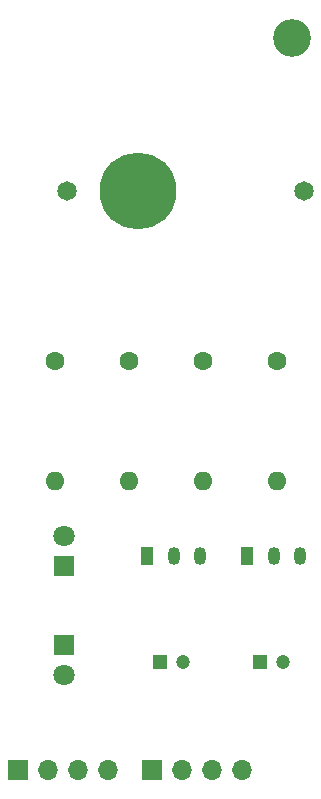
<source format=gbr>
%TF.GenerationSoftware,KiCad,Pcbnew,7.0.7*%
%TF.CreationDate,2024-04-14T11:19:25+09:00*%
%TF.ProjectId,PCB_AstMul,5043425f-4173-4744-9d75-6c2e6b696361,rev?*%
%TF.SameCoordinates,Original*%
%TF.FileFunction,Soldermask,Bot*%
%TF.FilePolarity,Negative*%
%FSLAX46Y46*%
G04 Gerber Fmt 4.6, Leading zero omitted, Abs format (unit mm)*
G04 Created by KiCad (PCBNEW 7.0.7) date 2024-04-14 11:19:25*
%MOMM*%
%LPD*%
G01*
G04 APERTURE LIST*
%ADD10R,1.050000X1.500000*%
%ADD11O,1.050000X1.500000*%
%ADD12R,1.800000X1.800000*%
%ADD13C,1.800000*%
%ADD14C,1.600000*%
%ADD15O,1.600000X1.600000*%
%ADD16R,1.200000X1.200000*%
%ADD17C,1.200000*%
%ADD18C,6.500000*%
%ADD19C,1.650000*%
%ADD20C,3.200000*%
%ADD21R,1.700000X1.700000*%
%ADD22O,1.700000X1.700000*%
G04 APERTURE END LIST*
D10*
%TO.C,Q2*%
X71691250Y-68360000D03*
D11*
X73961250Y-68360000D03*
X76191250Y-68360000D03*
%TD*%
D12*
%TO.C,D1*%
X56231250Y-75955000D03*
D13*
X56231250Y-78495000D03*
%TD*%
D14*
%TO.C,R1*%
X74231250Y-51920000D03*
D15*
X74231250Y-62080000D03*
%TD*%
D10*
%TO.C,Q1*%
X63231250Y-68360000D03*
D11*
X65501250Y-68360000D03*
X67731250Y-68360000D03*
%TD*%
D14*
%TO.C,R3*%
X61743750Y-51920000D03*
D15*
X61743750Y-62080000D03*
%TD*%
D16*
%TO.C,C2*%
X72778871Y-77360000D03*
D17*
X74778871Y-77360000D03*
%TD*%
D18*
%TO.C,U1*%
X62500000Y-37500000D03*
D19*
X56500000Y-37500000D03*
X76500000Y-37500000D03*
%TD*%
D12*
%TO.C,D2*%
X56231250Y-69275000D03*
D13*
X56231250Y-66735000D03*
%TD*%
D20*
%TO.C,REF\u002A\u002A*%
X75500000Y-24500000D03*
%TD*%
D16*
%TO.C,C1*%
X64318871Y-77360000D03*
D17*
X66318871Y-77360000D03*
%TD*%
D14*
%TO.C,R2*%
X67987500Y-51920000D03*
D15*
X67987500Y-62080000D03*
%TD*%
D21*
%TO.C,REF\u002A\u002A*%
X63700000Y-86475000D03*
D22*
X66240000Y-86475000D03*
X68780000Y-86475000D03*
X71320000Y-86475000D03*
%TD*%
D21*
%TO.C,REF\u002A\u002A*%
X52300000Y-86500000D03*
D22*
X54840000Y-86500000D03*
X57380000Y-86500000D03*
X59920000Y-86500000D03*
%TD*%
D14*
%TO.C,R4*%
X55500000Y-51920000D03*
D15*
X55500000Y-62080000D03*
%TD*%
M02*

</source>
